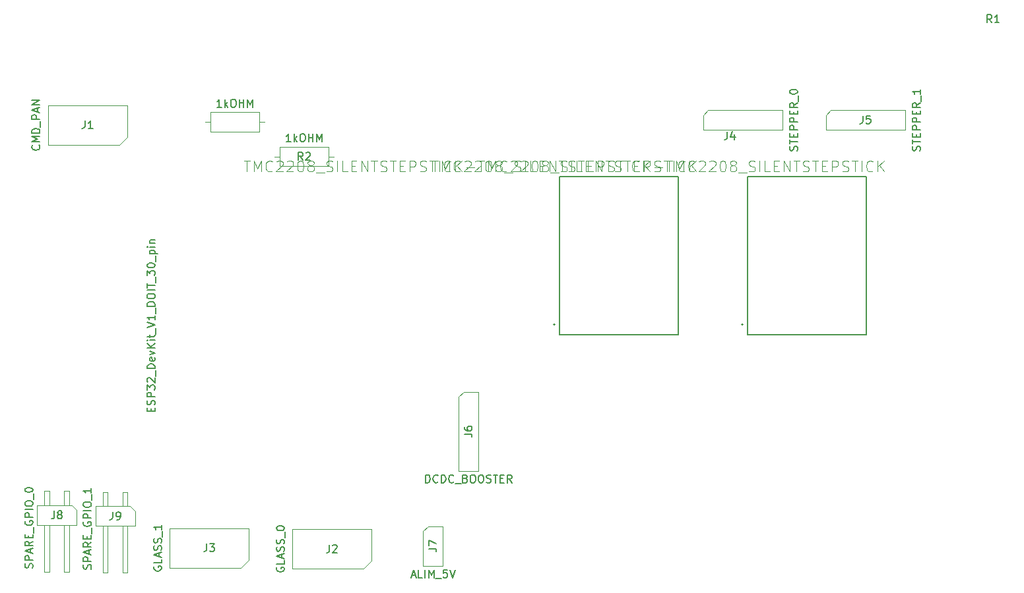
<source format=gbr>
%TF.GenerationSoftware,KiCad,Pcbnew,5.1.9-73d0e3b20d~88~ubuntu20.04.1*%
%TF.CreationDate,2021-04-10T15:21:01+02:00*%
%TF.ProjectId,pcb_central_unit,7063625f-6365-46e7-9472-616c5f756e69,rev?*%
%TF.SameCoordinates,Original*%
%TF.FileFunction,Other,Fab,Top*%
%FSLAX46Y46*%
G04 Gerber Fmt 4.6, Leading zero omitted, Abs format (unit mm)*
G04 Created by KiCad (PCBNEW 5.1.9-73d0e3b20d~88~ubuntu20.04.1) date 2021-04-10 15:21:01*
%MOMM*%
%LPD*%
G01*
G04 APERTURE LIST*
%ADD10C,0.200000*%
%ADD11C,0.127000*%
%ADD12C,0.100000*%
%ADD13C,0.015000*%
%ADD14C,0.150000*%
G04 APERTURE END LIST*
D10*
%TO.C,U1*%
X117911000Y-92710000D02*
G75*
G03*
X117911000Y-92710000I-100000J0D01*
G01*
D11*
X118491000Y-93980000D02*
X118491000Y-73660000D01*
X133731000Y-93980000D02*
X118491000Y-93980000D01*
X133731000Y-73660000D02*
X133731000Y-93980000D01*
X118491000Y-73660000D02*
X133731000Y-73660000D01*
D12*
%TO.C,J2*%
X94361000Y-118999000D02*
X94361000Y-123079000D01*
X94361000Y-123079000D02*
X93361000Y-124079000D01*
X93361000Y-124079000D02*
X84201000Y-124079000D01*
X84201000Y-124079000D02*
X84201000Y-118999000D01*
X84201000Y-118999000D02*
X94361000Y-118999000D01*
D10*
%TO.C,U2*%
X142041000Y-92710000D02*
G75*
G03*
X142041000Y-92710000I-100000J0D01*
G01*
D11*
X142621000Y-93980000D02*
X142621000Y-73660000D01*
X157861000Y-93980000D02*
X142621000Y-93980000D01*
X157861000Y-73660000D02*
X157861000Y-93980000D01*
X142621000Y-73660000D02*
X157861000Y-73660000D01*
D12*
%TO.C,J6*%
X106172000Y-101346000D02*
X108077000Y-101346000D01*
X108077000Y-101346000D02*
X108077000Y-111506000D01*
X108077000Y-111506000D02*
X105537000Y-111506000D01*
X105537000Y-111506000D02*
X105537000Y-101981000D01*
X105537000Y-101981000D02*
X106172000Y-101346000D01*
%TO.C,J7*%
X100965000Y-119253000D02*
X101600000Y-118618000D01*
X100965000Y-123698000D02*
X100965000Y-119253000D01*
X103505000Y-123698000D02*
X100965000Y-123698000D01*
X103505000Y-118618000D02*
X103505000Y-123698000D01*
X101600000Y-118618000D02*
X103505000Y-118618000D01*
%TO.C,R2*%
X88875000Y-72370000D02*
X88875000Y-69870000D01*
X88875000Y-69870000D02*
X82575000Y-69870000D01*
X82575000Y-69870000D02*
X82575000Y-72370000D01*
X82575000Y-72370000D02*
X88875000Y-72370000D01*
X89535000Y-71120000D02*
X88875000Y-71120000D01*
X81915000Y-71120000D02*
X82575000Y-71120000D01*
%TO.C,R1*%
X79985000Y-67925000D02*
X79985000Y-65425000D01*
X79985000Y-65425000D02*
X73685000Y-65425000D01*
X73685000Y-65425000D02*
X73685000Y-67925000D01*
X73685000Y-67925000D02*
X79985000Y-67925000D01*
X80645000Y-66675000D02*
X79985000Y-66675000D01*
X73025000Y-66675000D02*
X73685000Y-66675000D01*
%TO.C,J9*%
X64008000Y-116689000D02*
X64008000Y-118594000D01*
X64008000Y-118594000D02*
X58928000Y-118594000D01*
X58928000Y-118594000D02*
X58928000Y-116054000D01*
X58928000Y-116054000D02*
X63373000Y-116054000D01*
X63373000Y-116054000D02*
X64008000Y-116689000D01*
X63058000Y-114234000D02*
X63058000Y-116054000D01*
X63058000Y-114234000D02*
X62418000Y-114234000D01*
X62418000Y-114234000D02*
X62418000Y-116054000D01*
X63058000Y-118594000D02*
X63058000Y-124594000D01*
X63058000Y-124594000D02*
X62418000Y-124594000D01*
X62418000Y-118594000D02*
X62418000Y-124594000D01*
X60518000Y-114234000D02*
X60518000Y-116054000D01*
X60518000Y-114234000D02*
X59878000Y-114234000D01*
X59878000Y-114234000D02*
X59878000Y-116054000D01*
X60518000Y-118594000D02*
X60518000Y-124594000D01*
X60518000Y-124594000D02*
X59878000Y-124594000D01*
X59878000Y-118594000D02*
X59878000Y-124594000D01*
%TO.C,J8*%
X56515000Y-116562000D02*
X56515000Y-118467000D01*
X56515000Y-118467000D02*
X51435000Y-118467000D01*
X51435000Y-118467000D02*
X51435000Y-115927000D01*
X51435000Y-115927000D02*
X55880000Y-115927000D01*
X55880000Y-115927000D02*
X56515000Y-116562000D01*
X55565000Y-114107000D02*
X55565000Y-115927000D01*
X55565000Y-114107000D02*
X54925000Y-114107000D01*
X54925000Y-114107000D02*
X54925000Y-115927000D01*
X55565000Y-118467000D02*
X55565000Y-124467000D01*
X55565000Y-124467000D02*
X54925000Y-124467000D01*
X54925000Y-118467000D02*
X54925000Y-124467000D01*
X53025000Y-114107000D02*
X53025000Y-115927000D01*
X53025000Y-114107000D02*
X52385000Y-114107000D01*
X52385000Y-114107000D02*
X52385000Y-115927000D01*
X53025000Y-118467000D02*
X53025000Y-124467000D01*
X53025000Y-124467000D02*
X52385000Y-124467000D01*
X52385000Y-118467000D02*
X52385000Y-124467000D01*
%TO.C,J5*%
X152654000Y-67691000D02*
X152654000Y-65786000D01*
X152654000Y-65786000D02*
X153289000Y-65151000D01*
X153289000Y-65151000D02*
X162814000Y-65151000D01*
X162814000Y-65151000D02*
X162814000Y-67691000D01*
X162814000Y-67691000D02*
X152654000Y-67691000D01*
%TO.C,J4*%
X136906000Y-67691000D02*
X136906000Y-65786000D01*
X136906000Y-65786000D02*
X137541000Y-65151000D01*
X137541000Y-65151000D02*
X147066000Y-65151000D01*
X147066000Y-65151000D02*
X147066000Y-67691000D01*
X147066000Y-67691000D02*
X136906000Y-67691000D01*
%TO.C,J3*%
X78613000Y-118872000D02*
X78613000Y-122952000D01*
X78613000Y-122952000D02*
X77613000Y-123952000D01*
X77613000Y-123952000D02*
X68453000Y-123952000D01*
X68453000Y-123952000D02*
X68453000Y-118872000D01*
X68453000Y-118872000D02*
X78613000Y-118872000D01*
%TO.C,J1*%
X62992000Y-64516000D02*
X62992000Y-68596000D01*
X62992000Y-68596000D02*
X61992000Y-69596000D01*
X61992000Y-69596000D02*
X52832000Y-69596000D01*
X52832000Y-69596000D02*
X52832000Y-64516000D01*
X52832000Y-64516000D02*
X62992000Y-64516000D01*
%TD*%
%TO.C,U1*%
D13*
X77974333Y-71642333D02*
X78774333Y-71642333D01*
X78374333Y-73042333D02*
X78374333Y-71642333D01*
X79241000Y-73042333D02*
X79241000Y-71642333D01*
X79707666Y-72642333D01*
X80174333Y-71642333D01*
X80174333Y-73042333D01*
X81641000Y-72909000D02*
X81574333Y-72975666D01*
X81374333Y-73042333D01*
X81241000Y-73042333D01*
X81041000Y-72975666D01*
X80907666Y-72842333D01*
X80841000Y-72709000D01*
X80774333Y-72442333D01*
X80774333Y-72242333D01*
X80841000Y-71975666D01*
X80907666Y-71842333D01*
X81041000Y-71709000D01*
X81241000Y-71642333D01*
X81374333Y-71642333D01*
X81574333Y-71709000D01*
X81641000Y-71775666D01*
X82174333Y-71775666D02*
X82241000Y-71709000D01*
X82374333Y-71642333D01*
X82707666Y-71642333D01*
X82841000Y-71709000D01*
X82907666Y-71775666D01*
X82974333Y-71909000D01*
X82974333Y-72042333D01*
X82907666Y-72242333D01*
X82107666Y-73042333D01*
X82974333Y-73042333D01*
X83507666Y-71775666D02*
X83574333Y-71709000D01*
X83707666Y-71642333D01*
X84041000Y-71642333D01*
X84174333Y-71709000D01*
X84241000Y-71775666D01*
X84307666Y-71909000D01*
X84307666Y-72042333D01*
X84241000Y-72242333D01*
X83441000Y-73042333D01*
X84307666Y-73042333D01*
X85174333Y-71642333D02*
X85307666Y-71642333D01*
X85441000Y-71709000D01*
X85507666Y-71775666D01*
X85574333Y-71909000D01*
X85641000Y-72175666D01*
X85641000Y-72509000D01*
X85574333Y-72775666D01*
X85507666Y-72909000D01*
X85441000Y-72975666D01*
X85307666Y-73042333D01*
X85174333Y-73042333D01*
X85041000Y-72975666D01*
X84974333Y-72909000D01*
X84907666Y-72775666D01*
X84841000Y-72509000D01*
X84841000Y-72175666D01*
X84907666Y-71909000D01*
X84974333Y-71775666D01*
X85041000Y-71709000D01*
X85174333Y-71642333D01*
X86441000Y-72242333D02*
X86307666Y-72175666D01*
X86241000Y-72109000D01*
X86174333Y-71975666D01*
X86174333Y-71909000D01*
X86241000Y-71775666D01*
X86307666Y-71709000D01*
X86441000Y-71642333D01*
X86707666Y-71642333D01*
X86841000Y-71709000D01*
X86907666Y-71775666D01*
X86974333Y-71909000D01*
X86974333Y-71975666D01*
X86907666Y-72109000D01*
X86841000Y-72175666D01*
X86707666Y-72242333D01*
X86441000Y-72242333D01*
X86307666Y-72309000D01*
X86241000Y-72375666D01*
X86174333Y-72509000D01*
X86174333Y-72775666D01*
X86241000Y-72909000D01*
X86307666Y-72975666D01*
X86441000Y-73042333D01*
X86707666Y-73042333D01*
X86841000Y-72975666D01*
X86907666Y-72909000D01*
X86974333Y-72775666D01*
X86974333Y-72509000D01*
X86907666Y-72375666D01*
X86841000Y-72309000D01*
X86707666Y-72242333D01*
X87241000Y-73175666D02*
X88307666Y-73175666D01*
X88574333Y-72975666D02*
X88774333Y-73042333D01*
X89107666Y-73042333D01*
X89241000Y-72975666D01*
X89307666Y-72909000D01*
X89374333Y-72775666D01*
X89374333Y-72642333D01*
X89307666Y-72509000D01*
X89241000Y-72442333D01*
X89107666Y-72375666D01*
X88841000Y-72309000D01*
X88707666Y-72242333D01*
X88641000Y-72175666D01*
X88574333Y-72042333D01*
X88574333Y-71909000D01*
X88641000Y-71775666D01*
X88707666Y-71709000D01*
X88841000Y-71642333D01*
X89174333Y-71642333D01*
X89374333Y-71709000D01*
X89974333Y-73042333D02*
X89974333Y-71642333D01*
X91307666Y-73042333D02*
X90641000Y-73042333D01*
X90641000Y-71642333D01*
X91774333Y-72309000D02*
X92241000Y-72309000D01*
X92441000Y-73042333D02*
X91774333Y-73042333D01*
X91774333Y-71642333D01*
X92441000Y-71642333D01*
X93041000Y-73042333D02*
X93041000Y-71642333D01*
X93841000Y-73042333D01*
X93841000Y-71642333D01*
X94307666Y-71642333D02*
X95107666Y-71642333D01*
X94707666Y-73042333D02*
X94707666Y-71642333D01*
X95507666Y-72975666D02*
X95707666Y-73042333D01*
X96041000Y-73042333D01*
X96174333Y-72975666D01*
X96241000Y-72909000D01*
X96307666Y-72775666D01*
X96307666Y-72642333D01*
X96241000Y-72509000D01*
X96174333Y-72442333D01*
X96041000Y-72375666D01*
X95774333Y-72309000D01*
X95641000Y-72242333D01*
X95574333Y-72175666D01*
X95507666Y-72042333D01*
X95507666Y-71909000D01*
X95574333Y-71775666D01*
X95641000Y-71709000D01*
X95774333Y-71642333D01*
X96107666Y-71642333D01*
X96307666Y-71709000D01*
X96707666Y-71642333D02*
X97507666Y-71642333D01*
X97107666Y-73042333D02*
X97107666Y-71642333D01*
X97974333Y-72309000D02*
X98441000Y-72309000D01*
X98641000Y-73042333D02*
X97974333Y-73042333D01*
X97974333Y-71642333D01*
X98641000Y-71642333D01*
X99241000Y-73042333D02*
X99241000Y-71642333D01*
X99774333Y-71642333D01*
X99907666Y-71709000D01*
X99974333Y-71775666D01*
X100041000Y-71909000D01*
X100041000Y-72109000D01*
X99974333Y-72242333D01*
X99907666Y-72309000D01*
X99774333Y-72375666D01*
X99241000Y-72375666D01*
X100574333Y-72975666D02*
X100774333Y-73042333D01*
X101107666Y-73042333D01*
X101241000Y-72975666D01*
X101307666Y-72909000D01*
X101374333Y-72775666D01*
X101374333Y-72642333D01*
X101307666Y-72509000D01*
X101241000Y-72442333D01*
X101107666Y-72375666D01*
X100841000Y-72309000D01*
X100707666Y-72242333D01*
X100641000Y-72175666D01*
X100574333Y-72042333D01*
X100574333Y-71909000D01*
X100641000Y-71775666D01*
X100707666Y-71709000D01*
X100841000Y-71642333D01*
X101174333Y-71642333D01*
X101374333Y-71709000D01*
X101774333Y-71642333D02*
X102574333Y-71642333D01*
X102174333Y-73042333D02*
X102174333Y-71642333D01*
X103041000Y-73042333D02*
X103041000Y-71642333D01*
X104507666Y-72909000D02*
X104441000Y-72975666D01*
X104241000Y-73042333D01*
X104107666Y-73042333D01*
X103907666Y-72975666D01*
X103774333Y-72842333D01*
X103707666Y-72709000D01*
X103641000Y-72442333D01*
X103641000Y-72242333D01*
X103707666Y-71975666D01*
X103774333Y-71842333D01*
X103907666Y-71709000D01*
X104107666Y-71642333D01*
X104241000Y-71642333D01*
X104441000Y-71709000D01*
X104507666Y-71775666D01*
X105107666Y-73042333D02*
X105107666Y-71642333D01*
X105907666Y-73042333D02*
X105307666Y-72242333D01*
X105907666Y-71642333D02*
X105107666Y-72442333D01*
X106507666Y-72509000D02*
X107574333Y-72509000D01*
X108041000Y-71642333D02*
X108841000Y-71642333D01*
X108441000Y-73042333D02*
X108441000Y-71642333D01*
X109307666Y-73042333D02*
X109307666Y-71642333D01*
X109774333Y-72642333D01*
X110241000Y-71642333D01*
X110241000Y-73042333D01*
X111707666Y-72909000D02*
X111641000Y-72975666D01*
X111441000Y-73042333D01*
X111307666Y-73042333D01*
X111107666Y-72975666D01*
X110974333Y-72842333D01*
X110907666Y-72709000D01*
X110841000Y-72442333D01*
X110841000Y-72242333D01*
X110907666Y-71975666D01*
X110974333Y-71842333D01*
X111107666Y-71709000D01*
X111307666Y-71642333D01*
X111441000Y-71642333D01*
X111641000Y-71709000D01*
X111707666Y-71775666D01*
X112241000Y-71775666D02*
X112307666Y-71709000D01*
X112441000Y-71642333D01*
X112774333Y-71642333D01*
X112907666Y-71709000D01*
X112974333Y-71775666D01*
X113041000Y-71909000D01*
X113041000Y-72042333D01*
X112974333Y-72242333D01*
X112174333Y-73042333D01*
X113041000Y-73042333D01*
X113574333Y-71775666D02*
X113641000Y-71709000D01*
X113774333Y-71642333D01*
X114107666Y-71642333D01*
X114241000Y-71709000D01*
X114307666Y-71775666D01*
X114374333Y-71909000D01*
X114374333Y-72042333D01*
X114307666Y-72242333D01*
X113507666Y-73042333D01*
X114374333Y-73042333D01*
X115241000Y-71642333D02*
X115374333Y-71642333D01*
X115507666Y-71709000D01*
X115574333Y-71775666D01*
X115641000Y-71909000D01*
X115707666Y-72175666D01*
X115707666Y-72509000D01*
X115641000Y-72775666D01*
X115574333Y-72909000D01*
X115507666Y-72975666D01*
X115374333Y-73042333D01*
X115241000Y-73042333D01*
X115107666Y-72975666D01*
X115041000Y-72909000D01*
X114974333Y-72775666D01*
X114907666Y-72509000D01*
X114907666Y-72175666D01*
X114974333Y-71909000D01*
X115041000Y-71775666D01*
X115107666Y-71709000D01*
X115241000Y-71642333D01*
X116507666Y-72242333D02*
X116374333Y-72175666D01*
X116307666Y-72109000D01*
X116241000Y-71975666D01*
X116241000Y-71909000D01*
X116307666Y-71775666D01*
X116374333Y-71709000D01*
X116507666Y-71642333D01*
X116774333Y-71642333D01*
X116907666Y-71709000D01*
X116974333Y-71775666D01*
X117041000Y-71909000D01*
X117041000Y-71975666D01*
X116974333Y-72109000D01*
X116907666Y-72175666D01*
X116774333Y-72242333D01*
X116507666Y-72242333D01*
X116374333Y-72309000D01*
X116307666Y-72375666D01*
X116241000Y-72509000D01*
X116241000Y-72775666D01*
X116307666Y-72909000D01*
X116374333Y-72975666D01*
X116507666Y-73042333D01*
X116774333Y-73042333D01*
X116907666Y-72975666D01*
X116974333Y-72909000D01*
X117041000Y-72775666D01*
X117041000Y-72509000D01*
X116974333Y-72375666D01*
X116907666Y-72309000D01*
X116774333Y-72242333D01*
X117307666Y-73175666D02*
X118374333Y-73175666D01*
X118641000Y-72975666D02*
X118841000Y-73042333D01*
X119174333Y-73042333D01*
X119307666Y-72975666D01*
X119374333Y-72909000D01*
X119441000Y-72775666D01*
X119441000Y-72642333D01*
X119374333Y-72509000D01*
X119307666Y-72442333D01*
X119174333Y-72375666D01*
X118907666Y-72309000D01*
X118774333Y-72242333D01*
X118707666Y-72175666D01*
X118641000Y-72042333D01*
X118641000Y-71909000D01*
X118707666Y-71775666D01*
X118774333Y-71709000D01*
X118907666Y-71642333D01*
X119241000Y-71642333D01*
X119441000Y-71709000D01*
X120041000Y-73042333D02*
X120041000Y-71642333D01*
X121374333Y-73042333D02*
X120707666Y-73042333D01*
X120707666Y-71642333D01*
X121841000Y-72309000D02*
X122307666Y-72309000D01*
X122507666Y-73042333D02*
X121841000Y-73042333D01*
X121841000Y-71642333D01*
X122507666Y-71642333D01*
X123107666Y-73042333D02*
X123107666Y-71642333D01*
X123907666Y-73042333D01*
X123907666Y-71642333D01*
X124374333Y-71642333D02*
X125174333Y-71642333D01*
X124774333Y-73042333D02*
X124774333Y-71642333D01*
X125574333Y-72975666D02*
X125774333Y-73042333D01*
X126107666Y-73042333D01*
X126241000Y-72975666D01*
X126307666Y-72909000D01*
X126374333Y-72775666D01*
X126374333Y-72642333D01*
X126307666Y-72509000D01*
X126241000Y-72442333D01*
X126107666Y-72375666D01*
X125841000Y-72309000D01*
X125707666Y-72242333D01*
X125641000Y-72175666D01*
X125574333Y-72042333D01*
X125574333Y-71909000D01*
X125641000Y-71775666D01*
X125707666Y-71709000D01*
X125841000Y-71642333D01*
X126174333Y-71642333D01*
X126374333Y-71709000D01*
X126774333Y-71642333D02*
X127574333Y-71642333D01*
X127174333Y-73042333D02*
X127174333Y-71642333D01*
X128041000Y-72309000D02*
X128507666Y-72309000D01*
X128707666Y-73042333D02*
X128041000Y-73042333D01*
X128041000Y-71642333D01*
X128707666Y-71642333D01*
X129307666Y-73042333D02*
X129307666Y-71642333D01*
X129841000Y-71642333D01*
X129974333Y-71709000D01*
X130041000Y-71775666D01*
X130107666Y-71909000D01*
X130107666Y-72109000D01*
X130041000Y-72242333D01*
X129974333Y-72309000D01*
X129841000Y-72375666D01*
X129307666Y-72375666D01*
X130641000Y-72975666D02*
X130841000Y-73042333D01*
X131174333Y-73042333D01*
X131307666Y-72975666D01*
X131374333Y-72909000D01*
X131441000Y-72775666D01*
X131441000Y-72642333D01*
X131374333Y-72509000D01*
X131307666Y-72442333D01*
X131174333Y-72375666D01*
X130907666Y-72309000D01*
X130774333Y-72242333D01*
X130707666Y-72175666D01*
X130641000Y-72042333D01*
X130641000Y-71909000D01*
X130707666Y-71775666D01*
X130774333Y-71709000D01*
X130907666Y-71642333D01*
X131241000Y-71642333D01*
X131441000Y-71709000D01*
X131841000Y-71642333D02*
X132641000Y-71642333D01*
X132241000Y-73042333D02*
X132241000Y-71642333D01*
X133107666Y-73042333D02*
X133107666Y-71642333D01*
X134574333Y-72909000D02*
X134507666Y-72975666D01*
X134307666Y-73042333D01*
X134174333Y-73042333D01*
X133974333Y-72975666D01*
X133841000Y-72842333D01*
X133774333Y-72709000D01*
X133707666Y-72442333D01*
X133707666Y-72242333D01*
X133774333Y-71975666D01*
X133841000Y-71842333D01*
X133974333Y-71709000D01*
X134174333Y-71642333D01*
X134307666Y-71642333D01*
X134507666Y-71709000D01*
X134574333Y-71775666D01*
X135174333Y-73042333D02*
X135174333Y-71642333D01*
X135974333Y-73042333D02*
X135374333Y-72242333D01*
X135974333Y-71642333D02*
X135174333Y-72442333D01*
%TO.C,J2*%
D14*
X82201000Y-123919952D02*
X82153380Y-124015190D01*
X82153380Y-124158047D01*
X82201000Y-124300904D01*
X82296238Y-124396142D01*
X82391476Y-124443761D01*
X82581952Y-124491380D01*
X82724809Y-124491380D01*
X82915285Y-124443761D01*
X83010523Y-124396142D01*
X83105761Y-124300904D01*
X83153380Y-124158047D01*
X83153380Y-124062809D01*
X83105761Y-123919952D01*
X83058142Y-123872333D01*
X82724809Y-123872333D01*
X82724809Y-124062809D01*
X83153380Y-122967571D02*
X83153380Y-123443761D01*
X82153380Y-123443761D01*
X82867666Y-122681857D02*
X82867666Y-122205666D01*
X83153380Y-122777095D02*
X82153380Y-122443761D01*
X83153380Y-122110428D01*
X83105761Y-121824714D02*
X83153380Y-121681857D01*
X83153380Y-121443761D01*
X83105761Y-121348523D01*
X83058142Y-121300904D01*
X82962904Y-121253285D01*
X82867666Y-121253285D01*
X82772428Y-121300904D01*
X82724809Y-121348523D01*
X82677190Y-121443761D01*
X82629571Y-121634238D01*
X82581952Y-121729476D01*
X82534333Y-121777095D01*
X82439095Y-121824714D01*
X82343857Y-121824714D01*
X82248619Y-121777095D01*
X82201000Y-121729476D01*
X82153380Y-121634238D01*
X82153380Y-121396142D01*
X82201000Y-121253285D01*
X83105761Y-120872333D02*
X83153380Y-120729476D01*
X83153380Y-120491380D01*
X83105761Y-120396142D01*
X83058142Y-120348523D01*
X82962904Y-120300904D01*
X82867666Y-120300904D01*
X82772428Y-120348523D01*
X82724809Y-120396142D01*
X82677190Y-120491380D01*
X82629571Y-120681857D01*
X82581952Y-120777095D01*
X82534333Y-120824714D01*
X82439095Y-120872333D01*
X82343857Y-120872333D01*
X82248619Y-120824714D01*
X82201000Y-120777095D01*
X82153380Y-120681857D01*
X82153380Y-120443761D01*
X82201000Y-120300904D01*
X83248619Y-120110428D02*
X83248619Y-119348523D01*
X82153380Y-118919952D02*
X82153380Y-118824714D01*
X82201000Y-118729476D01*
X82248619Y-118681857D01*
X82343857Y-118634238D01*
X82534333Y-118586619D01*
X82772428Y-118586619D01*
X82962904Y-118634238D01*
X83058142Y-118681857D01*
X83105761Y-118729476D01*
X83153380Y-118824714D01*
X83153380Y-118919952D01*
X83105761Y-119015190D01*
X83058142Y-119062809D01*
X82962904Y-119110428D01*
X82772428Y-119158047D01*
X82534333Y-119158047D01*
X82343857Y-119110428D01*
X82248619Y-119062809D01*
X82201000Y-119015190D01*
X82153380Y-118919952D01*
X88947666Y-120991380D02*
X88947666Y-121705666D01*
X88900047Y-121848523D01*
X88804809Y-121943761D01*
X88661952Y-121991380D01*
X88566714Y-121991380D01*
X89376238Y-121086619D02*
X89423857Y-121039000D01*
X89519095Y-120991380D01*
X89757190Y-120991380D01*
X89852428Y-121039000D01*
X89900047Y-121086619D01*
X89947666Y-121181857D01*
X89947666Y-121277095D01*
X89900047Y-121419952D01*
X89328619Y-121991380D01*
X89947666Y-121991380D01*
%TO.C,U3*%
X66032571Y-103860809D02*
X66032571Y-103527476D01*
X66556380Y-103384619D02*
X66556380Y-103860809D01*
X65556380Y-103860809D01*
X65556380Y-103384619D01*
X66508761Y-103003666D02*
X66556380Y-102860809D01*
X66556380Y-102622714D01*
X66508761Y-102527476D01*
X66461142Y-102479857D01*
X66365904Y-102432238D01*
X66270666Y-102432238D01*
X66175428Y-102479857D01*
X66127809Y-102527476D01*
X66080190Y-102622714D01*
X66032571Y-102813190D01*
X65984952Y-102908428D01*
X65937333Y-102956047D01*
X65842095Y-103003666D01*
X65746857Y-103003666D01*
X65651619Y-102956047D01*
X65604000Y-102908428D01*
X65556380Y-102813190D01*
X65556380Y-102575095D01*
X65604000Y-102432238D01*
X66556380Y-102003666D02*
X65556380Y-102003666D01*
X65556380Y-101622714D01*
X65604000Y-101527476D01*
X65651619Y-101479857D01*
X65746857Y-101432238D01*
X65889714Y-101432238D01*
X65984952Y-101479857D01*
X66032571Y-101527476D01*
X66080190Y-101622714D01*
X66080190Y-102003666D01*
X65556380Y-101098904D02*
X65556380Y-100479857D01*
X65937333Y-100813190D01*
X65937333Y-100670333D01*
X65984952Y-100575095D01*
X66032571Y-100527476D01*
X66127809Y-100479857D01*
X66365904Y-100479857D01*
X66461142Y-100527476D01*
X66508761Y-100575095D01*
X66556380Y-100670333D01*
X66556380Y-100956047D01*
X66508761Y-101051285D01*
X66461142Y-101098904D01*
X65651619Y-100098904D02*
X65604000Y-100051285D01*
X65556380Y-99956047D01*
X65556380Y-99717952D01*
X65604000Y-99622714D01*
X65651619Y-99575095D01*
X65746857Y-99527476D01*
X65842095Y-99527476D01*
X65984952Y-99575095D01*
X66556380Y-100146523D01*
X66556380Y-99527476D01*
X66651619Y-99337000D02*
X66651619Y-98575095D01*
X66556380Y-98337000D02*
X65556380Y-98337000D01*
X65556380Y-98098904D01*
X65604000Y-97956047D01*
X65699238Y-97860809D01*
X65794476Y-97813190D01*
X65984952Y-97765571D01*
X66127809Y-97765571D01*
X66318285Y-97813190D01*
X66413523Y-97860809D01*
X66508761Y-97956047D01*
X66556380Y-98098904D01*
X66556380Y-98337000D01*
X66508761Y-96956047D02*
X66556380Y-97051285D01*
X66556380Y-97241761D01*
X66508761Y-97337000D01*
X66413523Y-97384619D01*
X66032571Y-97384619D01*
X65937333Y-97337000D01*
X65889714Y-97241761D01*
X65889714Y-97051285D01*
X65937333Y-96956047D01*
X66032571Y-96908428D01*
X66127809Y-96908428D01*
X66223047Y-97384619D01*
X65889714Y-96575095D02*
X66556380Y-96337000D01*
X65889714Y-96098904D01*
X66556380Y-95717952D02*
X65556380Y-95717952D01*
X66556380Y-95146523D02*
X65984952Y-95575095D01*
X65556380Y-95146523D02*
X66127809Y-95717952D01*
X66556380Y-94717952D02*
X65889714Y-94717952D01*
X65556380Y-94717952D02*
X65604000Y-94765571D01*
X65651619Y-94717952D01*
X65604000Y-94670333D01*
X65556380Y-94717952D01*
X65651619Y-94717952D01*
X65889714Y-94384619D02*
X65889714Y-94003666D01*
X65556380Y-94241761D02*
X66413523Y-94241761D01*
X66508761Y-94194142D01*
X66556380Y-94098904D01*
X66556380Y-94003666D01*
X66651619Y-93908428D02*
X66651619Y-93146523D01*
X65556380Y-93051285D02*
X66556380Y-92717952D01*
X65556380Y-92384619D01*
X66556380Y-91527476D02*
X66556380Y-92098904D01*
X66556380Y-91813190D02*
X65556380Y-91813190D01*
X65699238Y-91908428D01*
X65794476Y-92003666D01*
X65842095Y-92098904D01*
X66651619Y-91337000D02*
X66651619Y-90575095D01*
X66556380Y-90337000D02*
X65556380Y-90337000D01*
X65556380Y-90098904D01*
X65604000Y-89956047D01*
X65699238Y-89860809D01*
X65794476Y-89813190D01*
X65984952Y-89765571D01*
X66127809Y-89765571D01*
X66318285Y-89813190D01*
X66413523Y-89860809D01*
X66508761Y-89956047D01*
X66556380Y-90098904D01*
X66556380Y-90337000D01*
X65556380Y-89146523D02*
X65556380Y-88956047D01*
X65604000Y-88860809D01*
X65699238Y-88765571D01*
X65889714Y-88717952D01*
X66223047Y-88717952D01*
X66413523Y-88765571D01*
X66508761Y-88860809D01*
X66556380Y-88956047D01*
X66556380Y-89146523D01*
X66508761Y-89241761D01*
X66413523Y-89337000D01*
X66223047Y-89384619D01*
X65889714Y-89384619D01*
X65699238Y-89337000D01*
X65604000Y-89241761D01*
X65556380Y-89146523D01*
X66556380Y-88289380D02*
X65556380Y-88289380D01*
X65556380Y-87956047D02*
X65556380Y-87384619D01*
X66556380Y-87670333D02*
X65556380Y-87670333D01*
X66651619Y-87289380D02*
X66651619Y-86527476D01*
X65556380Y-86384619D02*
X65556380Y-85765571D01*
X65937333Y-86098904D01*
X65937333Y-85956047D01*
X65984952Y-85860809D01*
X66032571Y-85813190D01*
X66127809Y-85765571D01*
X66365904Y-85765571D01*
X66461142Y-85813190D01*
X66508761Y-85860809D01*
X66556380Y-85956047D01*
X66556380Y-86241761D01*
X66508761Y-86337000D01*
X66461142Y-86384619D01*
X65556380Y-85146523D02*
X65556380Y-85051285D01*
X65604000Y-84956047D01*
X65651619Y-84908428D01*
X65746857Y-84860809D01*
X65937333Y-84813190D01*
X66175428Y-84813190D01*
X66365904Y-84860809D01*
X66461142Y-84908428D01*
X66508761Y-84956047D01*
X66556380Y-85051285D01*
X66556380Y-85146523D01*
X66508761Y-85241761D01*
X66461142Y-85289380D01*
X66365904Y-85337000D01*
X66175428Y-85384619D01*
X65937333Y-85384619D01*
X65746857Y-85337000D01*
X65651619Y-85289380D01*
X65604000Y-85241761D01*
X65556380Y-85146523D01*
X66651619Y-84622714D02*
X66651619Y-83860809D01*
X65889714Y-83622714D02*
X66889714Y-83622714D01*
X65937333Y-83622714D02*
X65889714Y-83527476D01*
X65889714Y-83337000D01*
X65937333Y-83241761D01*
X65984952Y-83194142D01*
X66080190Y-83146523D01*
X66365904Y-83146523D01*
X66461142Y-83194142D01*
X66508761Y-83241761D01*
X66556380Y-83337000D01*
X66556380Y-83527476D01*
X66508761Y-83622714D01*
X66556380Y-82717952D02*
X65889714Y-82717952D01*
X65556380Y-82717952D02*
X65604000Y-82765571D01*
X65651619Y-82717952D01*
X65604000Y-82670333D01*
X65556380Y-82717952D01*
X65651619Y-82717952D01*
X65889714Y-82241761D02*
X66556380Y-82241761D01*
X65984952Y-82241761D02*
X65937333Y-82194142D01*
X65889714Y-82098904D01*
X65889714Y-81956047D01*
X65937333Y-81860809D01*
X66032571Y-81813190D01*
X66556380Y-81813190D01*
%TO.C,U2*%
D13*
X102104333Y-71642333D02*
X102904333Y-71642333D01*
X102504333Y-73042333D02*
X102504333Y-71642333D01*
X103371000Y-73042333D02*
X103371000Y-71642333D01*
X103837666Y-72642333D01*
X104304333Y-71642333D01*
X104304333Y-73042333D01*
X105771000Y-72909000D02*
X105704333Y-72975666D01*
X105504333Y-73042333D01*
X105371000Y-73042333D01*
X105171000Y-72975666D01*
X105037666Y-72842333D01*
X104971000Y-72709000D01*
X104904333Y-72442333D01*
X104904333Y-72242333D01*
X104971000Y-71975666D01*
X105037666Y-71842333D01*
X105171000Y-71709000D01*
X105371000Y-71642333D01*
X105504333Y-71642333D01*
X105704333Y-71709000D01*
X105771000Y-71775666D01*
X106304333Y-71775666D02*
X106371000Y-71709000D01*
X106504333Y-71642333D01*
X106837666Y-71642333D01*
X106971000Y-71709000D01*
X107037666Y-71775666D01*
X107104333Y-71909000D01*
X107104333Y-72042333D01*
X107037666Y-72242333D01*
X106237666Y-73042333D01*
X107104333Y-73042333D01*
X107637666Y-71775666D02*
X107704333Y-71709000D01*
X107837666Y-71642333D01*
X108171000Y-71642333D01*
X108304333Y-71709000D01*
X108371000Y-71775666D01*
X108437666Y-71909000D01*
X108437666Y-72042333D01*
X108371000Y-72242333D01*
X107571000Y-73042333D01*
X108437666Y-73042333D01*
X109304333Y-71642333D02*
X109437666Y-71642333D01*
X109571000Y-71709000D01*
X109637666Y-71775666D01*
X109704333Y-71909000D01*
X109771000Y-72175666D01*
X109771000Y-72509000D01*
X109704333Y-72775666D01*
X109637666Y-72909000D01*
X109571000Y-72975666D01*
X109437666Y-73042333D01*
X109304333Y-73042333D01*
X109171000Y-72975666D01*
X109104333Y-72909000D01*
X109037666Y-72775666D01*
X108971000Y-72509000D01*
X108971000Y-72175666D01*
X109037666Y-71909000D01*
X109104333Y-71775666D01*
X109171000Y-71709000D01*
X109304333Y-71642333D01*
X110571000Y-72242333D02*
X110437666Y-72175666D01*
X110371000Y-72109000D01*
X110304333Y-71975666D01*
X110304333Y-71909000D01*
X110371000Y-71775666D01*
X110437666Y-71709000D01*
X110571000Y-71642333D01*
X110837666Y-71642333D01*
X110971000Y-71709000D01*
X111037666Y-71775666D01*
X111104333Y-71909000D01*
X111104333Y-71975666D01*
X111037666Y-72109000D01*
X110971000Y-72175666D01*
X110837666Y-72242333D01*
X110571000Y-72242333D01*
X110437666Y-72309000D01*
X110371000Y-72375666D01*
X110304333Y-72509000D01*
X110304333Y-72775666D01*
X110371000Y-72909000D01*
X110437666Y-72975666D01*
X110571000Y-73042333D01*
X110837666Y-73042333D01*
X110971000Y-72975666D01*
X111037666Y-72909000D01*
X111104333Y-72775666D01*
X111104333Y-72509000D01*
X111037666Y-72375666D01*
X110971000Y-72309000D01*
X110837666Y-72242333D01*
X111371000Y-73175666D02*
X112437666Y-73175666D01*
X112704333Y-72975666D02*
X112904333Y-73042333D01*
X113237666Y-73042333D01*
X113371000Y-72975666D01*
X113437666Y-72909000D01*
X113504333Y-72775666D01*
X113504333Y-72642333D01*
X113437666Y-72509000D01*
X113371000Y-72442333D01*
X113237666Y-72375666D01*
X112971000Y-72309000D01*
X112837666Y-72242333D01*
X112771000Y-72175666D01*
X112704333Y-72042333D01*
X112704333Y-71909000D01*
X112771000Y-71775666D01*
X112837666Y-71709000D01*
X112971000Y-71642333D01*
X113304333Y-71642333D01*
X113504333Y-71709000D01*
X114104333Y-73042333D02*
X114104333Y-71642333D01*
X115437666Y-73042333D02*
X114771000Y-73042333D01*
X114771000Y-71642333D01*
X115904333Y-72309000D02*
X116371000Y-72309000D01*
X116571000Y-73042333D02*
X115904333Y-73042333D01*
X115904333Y-71642333D01*
X116571000Y-71642333D01*
X117171000Y-73042333D02*
X117171000Y-71642333D01*
X117971000Y-73042333D01*
X117971000Y-71642333D01*
X118437666Y-71642333D02*
X119237666Y-71642333D01*
X118837666Y-73042333D02*
X118837666Y-71642333D01*
X119637666Y-72975666D02*
X119837666Y-73042333D01*
X120171000Y-73042333D01*
X120304333Y-72975666D01*
X120371000Y-72909000D01*
X120437666Y-72775666D01*
X120437666Y-72642333D01*
X120371000Y-72509000D01*
X120304333Y-72442333D01*
X120171000Y-72375666D01*
X119904333Y-72309000D01*
X119771000Y-72242333D01*
X119704333Y-72175666D01*
X119637666Y-72042333D01*
X119637666Y-71909000D01*
X119704333Y-71775666D01*
X119771000Y-71709000D01*
X119904333Y-71642333D01*
X120237666Y-71642333D01*
X120437666Y-71709000D01*
X120837666Y-71642333D02*
X121637666Y-71642333D01*
X121237666Y-73042333D02*
X121237666Y-71642333D01*
X122104333Y-72309000D02*
X122571000Y-72309000D01*
X122771000Y-73042333D02*
X122104333Y-73042333D01*
X122104333Y-71642333D01*
X122771000Y-71642333D01*
X123371000Y-73042333D02*
X123371000Y-71642333D01*
X123904333Y-71642333D01*
X124037666Y-71709000D01*
X124104333Y-71775666D01*
X124171000Y-71909000D01*
X124171000Y-72109000D01*
X124104333Y-72242333D01*
X124037666Y-72309000D01*
X123904333Y-72375666D01*
X123371000Y-72375666D01*
X124704333Y-72975666D02*
X124904333Y-73042333D01*
X125237666Y-73042333D01*
X125371000Y-72975666D01*
X125437666Y-72909000D01*
X125504333Y-72775666D01*
X125504333Y-72642333D01*
X125437666Y-72509000D01*
X125371000Y-72442333D01*
X125237666Y-72375666D01*
X124971000Y-72309000D01*
X124837666Y-72242333D01*
X124771000Y-72175666D01*
X124704333Y-72042333D01*
X124704333Y-71909000D01*
X124771000Y-71775666D01*
X124837666Y-71709000D01*
X124971000Y-71642333D01*
X125304333Y-71642333D01*
X125504333Y-71709000D01*
X125904333Y-71642333D02*
X126704333Y-71642333D01*
X126304333Y-73042333D02*
X126304333Y-71642333D01*
X127171000Y-73042333D02*
X127171000Y-71642333D01*
X128637666Y-72909000D02*
X128571000Y-72975666D01*
X128371000Y-73042333D01*
X128237666Y-73042333D01*
X128037666Y-72975666D01*
X127904333Y-72842333D01*
X127837666Y-72709000D01*
X127771000Y-72442333D01*
X127771000Y-72242333D01*
X127837666Y-71975666D01*
X127904333Y-71842333D01*
X128037666Y-71709000D01*
X128237666Y-71642333D01*
X128371000Y-71642333D01*
X128571000Y-71709000D01*
X128637666Y-71775666D01*
X129237666Y-73042333D02*
X129237666Y-71642333D01*
X130037666Y-73042333D02*
X129437666Y-72242333D01*
X130037666Y-71642333D02*
X129237666Y-72442333D01*
X130637666Y-72509000D02*
X131704333Y-72509000D01*
X132171000Y-71642333D02*
X132971000Y-71642333D01*
X132571000Y-73042333D02*
X132571000Y-71642333D01*
X133437666Y-73042333D02*
X133437666Y-71642333D01*
X133904333Y-72642333D01*
X134371000Y-71642333D01*
X134371000Y-73042333D01*
X135837666Y-72909000D02*
X135771000Y-72975666D01*
X135571000Y-73042333D01*
X135437666Y-73042333D01*
X135237666Y-72975666D01*
X135104333Y-72842333D01*
X135037666Y-72709000D01*
X134971000Y-72442333D01*
X134971000Y-72242333D01*
X135037666Y-71975666D01*
X135104333Y-71842333D01*
X135237666Y-71709000D01*
X135437666Y-71642333D01*
X135571000Y-71642333D01*
X135771000Y-71709000D01*
X135837666Y-71775666D01*
X136371000Y-71775666D02*
X136437666Y-71709000D01*
X136571000Y-71642333D01*
X136904333Y-71642333D01*
X137037666Y-71709000D01*
X137104333Y-71775666D01*
X137171000Y-71909000D01*
X137171000Y-72042333D01*
X137104333Y-72242333D01*
X136304333Y-73042333D01*
X137171000Y-73042333D01*
X137704333Y-71775666D02*
X137771000Y-71709000D01*
X137904333Y-71642333D01*
X138237666Y-71642333D01*
X138371000Y-71709000D01*
X138437666Y-71775666D01*
X138504333Y-71909000D01*
X138504333Y-72042333D01*
X138437666Y-72242333D01*
X137637666Y-73042333D01*
X138504333Y-73042333D01*
X139371000Y-71642333D02*
X139504333Y-71642333D01*
X139637666Y-71709000D01*
X139704333Y-71775666D01*
X139771000Y-71909000D01*
X139837666Y-72175666D01*
X139837666Y-72509000D01*
X139771000Y-72775666D01*
X139704333Y-72909000D01*
X139637666Y-72975666D01*
X139504333Y-73042333D01*
X139371000Y-73042333D01*
X139237666Y-72975666D01*
X139171000Y-72909000D01*
X139104333Y-72775666D01*
X139037666Y-72509000D01*
X139037666Y-72175666D01*
X139104333Y-71909000D01*
X139171000Y-71775666D01*
X139237666Y-71709000D01*
X139371000Y-71642333D01*
X140637666Y-72242333D02*
X140504333Y-72175666D01*
X140437666Y-72109000D01*
X140371000Y-71975666D01*
X140371000Y-71909000D01*
X140437666Y-71775666D01*
X140504333Y-71709000D01*
X140637666Y-71642333D01*
X140904333Y-71642333D01*
X141037666Y-71709000D01*
X141104333Y-71775666D01*
X141171000Y-71909000D01*
X141171000Y-71975666D01*
X141104333Y-72109000D01*
X141037666Y-72175666D01*
X140904333Y-72242333D01*
X140637666Y-72242333D01*
X140504333Y-72309000D01*
X140437666Y-72375666D01*
X140371000Y-72509000D01*
X140371000Y-72775666D01*
X140437666Y-72909000D01*
X140504333Y-72975666D01*
X140637666Y-73042333D01*
X140904333Y-73042333D01*
X141037666Y-72975666D01*
X141104333Y-72909000D01*
X141171000Y-72775666D01*
X141171000Y-72509000D01*
X141104333Y-72375666D01*
X141037666Y-72309000D01*
X140904333Y-72242333D01*
X141437666Y-73175666D02*
X142504333Y-73175666D01*
X142771000Y-72975666D02*
X142971000Y-73042333D01*
X143304333Y-73042333D01*
X143437666Y-72975666D01*
X143504333Y-72909000D01*
X143571000Y-72775666D01*
X143571000Y-72642333D01*
X143504333Y-72509000D01*
X143437666Y-72442333D01*
X143304333Y-72375666D01*
X143037666Y-72309000D01*
X142904333Y-72242333D01*
X142837666Y-72175666D01*
X142771000Y-72042333D01*
X142771000Y-71909000D01*
X142837666Y-71775666D01*
X142904333Y-71709000D01*
X143037666Y-71642333D01*
X143371000Y-71642333D01*
X143571000Y-71709000D01*
X144171000Y-73042333D02*
X144171000Y-71642333D01*
X145504333Y-73042333D02*
X144837666Y-73042333D01*
X144837666Y-71642333D01*
X145971000Y-72309000D02*
X146437666Y-72309000D01*
X146637666Y-73042333D02*
X145971000Y-73042333D01*
X145971000Y-71642333D01*
X146637666Y-71642333D01*
X147237666Y-73042333D02*
X147237666Y-71642333D01*
X148037666Y-73042333D01*
X148037666Y-71642333D01*
X148504333Y-71642333D02*
X149304333Y-71642333D01*
X148904333Y-73042333D02*
X148904333Y-71642333D01*
X149704333Y-72975666D02*
X149904333Y-73042333D01*
X150237666Y-73042333D01*
X150371000Y-72975666D01*
X150437666Y-72909000D01*
X150504333Y-72775666D01*
X150504333Y-72642333D01*
X150437666Y-72509000D01*
X150371000Y-72442333D01*
X150237666Y-72375666D01*
X149971000Y-72309000D01*
X149837666Y-72242333D01*
X149771000Y-72175666D01*
X149704333Y-72042333D01*
X149704333Y-71909000D01*
X149771000Y-71775666D01*
X149837666Y-71709000D01*
X149971000Y-71642333D01*
X150304333Y-71642333D01*
X150504333Y-71709000D01*
X150904333Y-71642333D02*
X151704333Y-71642333D01*
X151304333Y-73042333D02*
X151304333Y-71642333D01*
X152171000Y-72309000D02*
X152637666Y-72309000D01*
X152837666Y-73042333D02*
X152171000Y-73042333D01*
X152171000Y-71642333D01*
X152837666Y-71642333D01*
X153437666Y-73042333D02*
X153437666Y-71642333D01*
X153971000Y-71642333D01*
X154104333Y-71709000D01*
X154171000Y-71775666D01*
X154237666Y-71909000D01*
X154237666Y-72109000D01*
X154171000Y-72242333D01*
X154104333Y-72309000D01*
X153971000Y-72375666D01*
X153437666Y-72375666D01*
X154771000Y-72975666D02*
X154971000Y-73042333D01*
X155304333Y-73042333D01*
X155437666Y-72975666D01*
X155504333Y-72909000D01*
X155571000Y-72775666D01*
X155571000Y-72642333D01*
X155504333Y-72509000D01*
X155437666Y-72442333D01*
X155304333Y-72375666D01*
X155037666Y-72309000D01*
X154904333Y-72242333D01*
X154837666Y-72175666D01*
X154771000Y-72042333D01*
X154771000Y-71909000D01*
X154837666Y-71775666D01*
X154904333Y-71709000D01*
X155037666Y-71642333D01*
X155371000Y-71642333D01*
X155571000Y-71709000D01*
X155971000Y-71642333D02*
X156771000Y-71642333D01*
X156371000Y-73042333D02*
X156371000Y-71642333D01*
X157237666Y-73042333D02*
X157237666Y-71642333D01*
X158704333Y-72909000D02*
X158637666Y-72975666D01*
X158437666Y-73042333D01*
X158304333Y-73042333D01*
X158104333Y-72975666D01*
X157971000Y-72842333D01*
X157904333Y-72709000D01*
X157837666Y-72442333D01*
X157837666Y-72242333D01*
X157904333Y-71975666D01*
X157971000Y-71842333D01*
X158104333Y-71709000D01*
X158304333Y-71642333D01*
X158437666Y-71642333D01*
X158637666Y-71709000D01*
X158704333Y-71775666D01*
X159304333Y-73042333D02*
X159304333Y-71642333D01*
X160104333Y-73042333D02*
X159504333Y-72242333D01*
X160104333Y-71642333D02*
X159304333Y-72442333D01*
%TO.C,J6*%
D14*
X101307000Y-113018380D02*
X101307000Y-112018380D01*
X101545095Y-112018380D01*
X101687952Y-112066000D01*
X101783190Y-112161238D01*
X101830809Y-112256476D01*
X101878428Y-112446952D01*
X101878428Y-112589809D01*
X101830809Y-112780285D01*
X101783190Y-112875523D01*
X101687952Y-112970761D01*
X101545095Y-113018380D01*
X101307000Y-113018380D01*
X102878428Y-112923142D02*
X102830809Y-112970761D01*
X102687952Y-113018380D01*
X102592714Y-113018380D01*
X102449857Y-112970761D01*
X102354619Y-112875523D01*
X102307000Y-112780285D01*
X102259380Y-112589809D01*
X102259380Y-112446952D01*
X102307000Y-112256476D01*
X102354619Y-112161238D01*
X102449857Y-112066000D01*
X102592714Y-112018380D01*
X102687952Y-112018380D01*
X102830809Y-112066000D01*
X102878428Y-112113619D01*
X103307000Y-113018380D02*
X103307000Y-112018380D01*
X103545095Y-112018380D01*
X103687952Y-112066000D01*
X103783190Y-112161238D01*
X103830809Y-112256476D01*
X103878428Y-112446952D01*
X103878428Y-112589809D01*
X103830809Y-112780285D01*
X103783190Y-112875523D01*
X103687952Y-112970761D01*
X103545095Y-113018380D01*
X103307000Y-113018380D01*
X104878428Y-112923142D02*
X104830809Y-112970761D01*
X104687952Y-113018380D01*
X104592714Y-113018380D01*
X104449857Y-112970761D01*
X104354619Y-112875523D01*
X104307000Y-112780285D01*
X104259380Y-112589809D01*
X104259380Y-112446952D01*
X104307000Y-112256476D01*
X104354619Y-112161238D01*
X104449857Y-112066000D01*
X104592714Y-112018380D01*
X104687952Y-112018380D01*
X104830809Y-112066000D01*
X104878428Y-112113619D01*
X105068904Y-113113619D02*
X105830809Y-113113619D01*
X106402238Y-112494571D02*
X106545095Y-112542190D01*
X106592714Y-112589809D01*
X106640333Y-112685047D01*
X106640333Y-112827904D01*
X106592714Y-112923142D01*
X106545095Y-112970761D01*
X106449857Y-113018380D01*
X106068904Y-113018380D01*
X106068904Y-112018380D01*
X106402238Y-112018380D01*
X106497476Y-112066000D01*
X106545095Y-112113619D01*
X106592714Y-112208857D01*
X106592714Y-112304095D01*
X106545095Y-112399333D01*
X106497476Y-112446952D01*
X106402238Y-112494571D01*
X106068904Y-112494571D01*
X107259380Y-112018380D02*
X107449857Y-112018380D01*
X107545095Y-112066000D01*
X107640333Y-112161238D01*
X107687952Y-112351714D01*
X107687952Y-112685047D01*
X107640333Y-112875523D01*
X107545095Y-112970761D01*
X107449857Y-113018380D01*
X107259380Y-113018380D01*
X107164142Y-112970761D01*
X107068904Y-112875523D01*
X107021285Y-112685047D01*
X107021285Y-112351714D01*
X107068904Y-112161238D01*
X107164142Y-112066000D01*
X107259380Y-112018380D01*
X108307000Y-112018380D02*
X108497476Y-112018380D01*
X108592714Y-112066000D01*
X108687952Y-112161238D01*
X108735571Y-112351714D01*
X108735571Y-112685047D01*
X108687952Y-112875523D01*
X108592714Y-112970761D01*
X108497476Y-113018380D01*
X108307000Y-113018380D01*
X108211761Y-112970761D01*
X108116523Y-112875523D01*
X108068904Y-112685047D01*
X108068904Y-112351714D01*
X108116523Y-112161238D01*
X108211761Y-112066000D01*
X108307000Y-112018380D01*
X109116523Y-112970761D02*
X109259380Y-113018380D01*
X109497476Y-113018380D01*
X109592714Y-112970761D01*
X109640333Y-112923142D01*
X109687952Y-112827904D01*
X109687952Y-112732666D01*
X109640333Y-112637428D01*
X109592714Y-112589809D01*
X109497476Y-112542190D01*
X109307000Y-112494571D01*
X109211761Y-112446952D01*
X109164142Y-112399333D01*
X109116523Y-112304095D01*
X109116523Y-112208857D01*
X109164142Y-112113619D01*
X109211761Y-112066000D01*
X109307000Y-112018380D01*
X109545095Y-112018380D01*
X109687952Y-112066000D01*
X109973666Y-112018380D02*
X110545095Y-112018380D01*
X110259380Y-113018380D02*
X110259380Y-112018380D01*
X110878428Y-112494571D02*
X111211761Y-112494571D01*
X111354619Y-113018380D02*
X110878428Y-113018380D01*
X110878428Y-112018380D01*
X111354619Y-112018380D01*
X112354619Y-113018380D02*
X112021285Y-112542190D01*
X111783190Y-113018380D02*
X111783190Y-112018380D01*
X112164142Y-112018380D01*
X112259380Y-112066000D01*
X112307000Y-112113619D01*
X112354619Y-112208857D01*
X112354619Y-112351714D01*
X112307000Y-112446952D01*
X112259380Y-112494571D01*
X112164142Y-112542190D01*
X111783190Y-112542190D01*
X106259380Y-106759333D02*
X106973666Y-106759333D01*
X107116523Y-106806952D01*
X107211761Y-106902190D01*
X107259380Y-107045047D01*
X107259380Y-107140285D01*
X106259380Y-105854571D02*
X106259380Y-106045047D01*
X106307000Y-106140285D01*
X106354619Y-106187904D01*
X106497476Y-106283142D01*
X106687952Y-106330761D01*
X107068904Y-106330761D01*
X107164142Y-106283142D01*
X107211761Y-106235523D01*
X107259380Y-106140285D01*
X107259380Y-105949809D01*
X107211761Y-105854571D01*
X107164142Y-105806952D01*
X107068904Y-105759333D01*
X106830809Y-105759333D01*
X106735571Y-105806952D01*
X106687952Y-105854571D01*
X106640333Y-105949809D01*
X106640333Y-106140285D01*
X106687952Y-106235523D01*
X106735571Y-106283142D01*
X106830809Y-106330761D01*
%TO.C,J7*%
X99496904Y-124924666D02*
X99973095Y-124924666D01*
X99401666Y-125210380D02*
X99735000Y-124210380D01*
X100068333Y-125210380D01*
X100877857Y-125210380D02*
X100401666Y-125210380D01*
X100401666Y-124210380D01*
X101211190Y-125210380D02*
X101211190Y-124210380D01*
X101687380Y-125210380D02*
X101687380Y-124210380D01*
X102020714Y-124924666D01*
X102354047Y-124210380D01*
X102354047Y-125210380D01*
X102592142Y-125305619D02*
X103354047Y-125305619D01*
X104068333Y-124210380D02*
X103592142Y-124210380D01*
X103544523Y-124686571D01*
X103592142Y-124638952D01*
X103687380Y-124591333D01*
X103925476Y-124591333D01*
X104020714Y-124638952D01*
X104068333Y-124686571D01*
X104115952Y-124781809D01*
X104115952Y-125019904D01*
X104068333Y-125115142D01*
X104020714Y-125162761D01*
X103925476Y-125210380D01*
X103687380Y-125210380D01*
X103592142Y-125162761D01*
X103544523Y-125115142D01*
X104401666Y-124210380D02*
X104735000Y-125210380D01*
X105068333Y-124210380D01*
X101687380Y-121491333D02*
X102401666Y-121491333D01*
X102544523Y-121538952D01*
X102639761Y-121634190D01*
X102687380Y-121777047D01*
X102687380Y-121872285D01*
X101687380Y-121110380D02*
X101687380Y-120443714D01*
X102687380Y-120872285D01*
%TO.C,R2*%
X83986904Y-69202380D02*
X83415476Y-69202380D01*
X83701190Y-69202380D02*
X83701190Y-68202380D01*
X83605952Y-68345238D01*
X83510714Y-68440476D01*
X83415476Y-68488095D01*
X84415476Y-69202380D02*
X84415476Y-68202380D01*
X84510714Y-68821428D02*
X84796428Y-69202380D01*
X84796428Y-68535714D02*
X84415476Y-68916666D01*
X85415476Y-68202380D02*
X85605952Y-68202380D01*
X85701190Y-68250000D01*
X85796428Y-68345238D01*
X85844047Y-68535714D01*
X85844047Y-68869047D01*
X85796428Y-69059523D01*
X85701190Y-69154761D01*
X85605952Y-69202380D01*
X85415476Y-69202380D01*
X85320238Y-69154761D01*
X85225000Y-69059523D01*
X85177380Y-68869047D01*
X85177380Y-68535714D01*
X85225000Y-68345238D01*
X85320238Y-68250000D01*
X85415476Y-68202380D01*
X86272619Y-69202380D02*
X86272619Y-68202380D01*
X86272619Y-68678571D02*
X86844047Y-68678571D01*
X86844047Y-69202380D02*
X86844047Y-68202380D01*
X87320238Y-69202380D02*
X87320238Y-68202380D01*
X87653571Y-68916666D01*
X87986904Y-68202380D01*
X87986904Y-69202380D01*
X85558333Y-71572380D02*
X85225000Y-71096190D01*
X84986904Y-71572380D02*
X84986904Y-70572380D01*
X85367857Y-70572380D01*
X85463095Y-70620000D01*
X85510714Y-70667619D01*
X85558333Y-70762857D01*
X85558333Y-70905714D01*
X85510714Y-71000952D01*
X85463095Y-71048571D01*
X85367857Y-71096190D01*
X84986904Y-71096190D01*
X85939285Y-70667619D02*
X85986904Y-70620000D01*
X86082142Y-70572380D01*
X86320238Y-70572380D01*
X86415476Y-70620000D01*
X86463095Y-70667619D01*
X86510714Y-70762857D01*
X86510714Y-70858095D01*
X86463095Y-71000952D01*
X85891666Y-71572380D01*
X86510714Y-71572380D01*
%TO.C,R1*%
X75096904Y-64757380D02*
X74525476Y-64757380D01*
X74811190Y-64757380D02*
X74811190Y-63757380D01*
X74715952Y-63900238D01*
X74620714Y-63995476D01*
X74525476Y-64043095D01*
X75525476Y-64757380D02*
X75525476Y-63757380D01*
X75620714Y-64376428D02*
X75906428Y-64757380D01*
X75906428Y-64090714D02*
X75525476Y-64471666D01*
X76525476Y-63757380D02*
X76715952Y-63757380D01*
X76811190Y-63805000D01*
X76906428Y-63900238D01*
X76954047Y-64090714D01*
X76954047Y-64424047D01*
X76906428Y-64614523D01*
X76811190Y-64709761D01*
X76715952Y-64757380D01*
X76525476Y-64757380D01*
X76430238Y-64709761D01*
X76335000Y-64614523D01*
X76287380Y-64424047D01*
X76287380Y-64090714D01*
X76335000Y-63900238D01*
X76430238Y-63805000D01*
X76525476Y-63757380D01*
X77382619Y-64757380D02*
X77382619Y-63757380D01*
X77382619Y-64233571D02*
X77954047Y-64233571D01*
X77954047Y-64757380D02*
X77954047Y-63757380D01*
X78430238Y-64757380D02*
X78430238Y-63757380D01*
X78763571Y-64471666D01*
X79096904Y-63757380D01*
X79096904Y-64757380D01*
X173944333Y-53886380D02*
X173611000Y-53410190D01*
X173372904Y-53886380D02*
X173372904Y-52886380D01*
X173753857Y-52886380D01*
X173849095Y-52934000D01*
X173896714Y-52981619D01*
X173944333Y-53076857D01*
X173944333Y-53219714D01*
X173896714Y-53314952D01*
X173849095Y-53362571D01*
X173753857Y-53410190D01*
X173372904Y-53410190D01*
X174896714Y-53886380D02*
X174325285Y-53886380D01*
X174611000Y-53886380D02*
X174611000Y-52886380D01*
X174515761Y-53029238D01*
X174420523Y-53124476D01*
X174325285Y-53172095D01*
%TO.C,J9*%
X58332761Y-124105666D02*
X58380380Y-123962809D01*
X58380380Y-123724714D01*
X58332761Y-123629476D01*
X58285142Y-123581857D01*
X58189904Y-123534238D01*
X58094666Y-123534238D01*
X57999428Y-123581857D01*
X57951809Y-123629476D01*
X57904190Y-123724714D01*
X57856571Y-123915190D01*
X57808952Y-124010428D01*
X57761333Y-124058047D01*
X57666095Y-124105666D01*
X57570857Y-124105666D01*
X57475619Y-124058047D01*
X57428000Y-124010428D01*
X57380380Y-123915190D01*
X57380380Y-123677095D01*
X57428000Y-123534238D01*
X58380380Y-123105666D02*
X57380380Y-123105666D01*
X57380380Y-122724714D01*
X57428000Y-122629476D01*
X57475619Y-122581857D01*
X57570857Y-122534238D01*
X57713714Y-122534238D01*
X57808952Y-122581857D01*
X57856571Y-122629476D01*
X57904190Y-122724714D01*
X57904190Y-123105666D01*
X58094666Y-122153285D02*
X58094666Y-121677095D01*
X58380380Y-122248523D02*
X57380380Y-121915190D01*
X58380380Y-121581857D01*
X58380380Y-120677095D02*
X57904190Y-121010428D01*
X58380380Y-121248523D02*
X57380380Y-121248523D01*
X57380380Y-120867571D01*
X57428000Y-120772333D01*
X57475619Y-120724714D01*
X57570857Y-120677095D01*
X57713714Y-120677095D01*
X57808952Y-120724714D01*
X57856571Y-120772333D01*
X57904190Y-120867571D01*
X57904190Y-121248523D01*
X57856571Y-120248523D02*
X57856571Y-119915190D01*
X58380380Y-119772333D02*
X58380380Y-120248523D01*
X57380380Y-120248523D01*
X57380380Y-119772333D01*
X58475619Y-119581857D02*
X58475619Y-118819952D01*
X57428000Y-118058047D02*
X57380380Y-118153285D01*
X57380380Y-118296142D01*
X57428000Y-118439000D01*
X57523238Y-118534238D01*
X57618476Y-118581857D01*
X57808952Y-118629476D01*
X57951809Y-118629476D01*
X58142285Y-118581857D01*
X58237523Y-118534238D01*
X58332761Y-118439000D01*
X58380380Y-118296142D01*
X58380380Y-118200904D01*
X58332761Y-118058047D01*
X58285142Y-118010428D01*
X57951809Y-118010428D01*
X57951809Y-118200904D01*
X58380380Y-117581857D02*
X57380380Y-117581857D01*
X57380380Y-117200904D01*
X57428000Y-117105666D01*
X57475619Y-117058047D01*
X57570857Y-117010428D01*
X57713714Y-117010428D01*
X57808952Y-117058047D01*
X57856571Y-117105666D01*
X57904190Y-117200904D01*
X57904190Y-117581857D01*
X58380380Y-116581857D02*
X57380380Y-116581857D01*
X57380380Y-115915190D02*
X57380380Y-115724714D01*
X57428000Y-115629476D01*
X57523238Y-115534238D01*
X57713714Y-115486619D01*
X58047047Y-115486619D01*
X58237523Y-115534238D01*
X58332761Y-115629476D01*
X58380380Y-115724714D01*
X58380380Y-115915190D01*
X58332761Y-116010428D01*
X58237523Y-116105666D01*
X58047047Y-116153285D01*
X57713714Y-116153285D01*
X57523238Y-116105666D01*
X57428000Y-116010428D01*
X57380380Y-115915190D01*
X58475619Y-115296142D02*
X58475619Y-114534238D01*
X58380380Y-113772333D02*
X58380380Y-114343761D01*
X58380380Y-114058047D02*
X57380380Y-114058047D01*
X57523238Y-114153285D01*
X57618476Y-114248523D01*
X57666095Y-114343761D01*
X61134666Y-116776380D02*
X61134666Y-117490666D01*
X61087047Y-117633523D01*
X60991809Y-117728761D01*
X60848952Y-117776380D01*
X60753714Y-117776380D01*
X61658476Y-117776380D02*
X61848952Y-117776380D01*
X61944190Y-117728761D01*
X61991809Y-117681142D01*
X62087047Y-117538285D01*
X62134666Y-117347809D01*
X62134666Y-116966857D01*
X62087047Y-116871619D01*
X62039428Y-116824000D01*
X61944190Y-116776380D01*
X61753714Y-116776380D01*
X61658476Y-116824000D01*
X61610857Y-116871619D01*
X61563238Y-116966857D01*
X61563238Y-117204952D01*
X61610857Y-117300190D01*
X61658476Y-117347809D01*
X61753714Y-117395428D01*
X61944190Y-117395428D01*
X62039428Y-117347809D01*
X62087047Y-117300190D01*
X62134666Y-117204952D01*
%TO.C,J8*%
X50839761Y-123978666D02*
X50887380Y-123835809D01*
X50887380Y-123597714D01*
X50839761Y-123502476D01*
X50792142Y-123454857D01*
X50696904Y-123407238D01*
X50601666Y-123407238D01*
X50506428Y-123454857D01*
X50458809Y-123502476D01*
X50411190Y-123597714D01*
X50363571Y-123788190D01*
X50315952Y-123883428D01*
X50268333Y-123931047D01*
X50173095Y-123978666D01*
X50077857Y-123978666D01*
X49982619Y-123931047D01*
X49935000Y-123883428D01*
X49887380Y-123788190D01*
X49887380Y-123550095D01*
X49935000Y-123407238D01*
X50887380Y-122978666D02*
X49887380Y-122978666D01*
X49887380Y-122597714D01*
X49935000Y-122502476D01*
X49982619Y-122454857D01*
X50077857Y-122407238D01*
X50220714Y-122407238D01*
X50315952Y-122454857D01*
X50363571Y-122502476D01*
X50411190Y-122597714D01*
X50411190Y-122978666D01*
X50601666Y-122026285D02*
X50601666Y-121550095D01*
X50887380Y-122121523D02*
X49887380Y-121788190D01*
X50887380Y-121454857D01*
X50887380Y-120550095D02*
X50411190Y-120883428D01*
X50887380Y-121121523D02*
X49887380Y-121121523D01*
X49887380Y-120740571D01*
X49935000Y-120645333D01*
X49982619Y-120597714D01*
X50077857Y-120550095D01*
X50220714Y-120550095D01*
X50315952Y-120597714D01*
X50363571Y-120645333D01*
X50411190Y-120740571D01*
X50411190Y-121121523D01*
X50363571Y-120121523D02*
X50363571Y-119788190D01*
X50887380Y-119645333D02*
X50887380Y-120121523D01*
X49887380Y-120121523D01*
X49887380Y-119645333D01*
X50982619Y-119454857D02*
X50982619Y-118692952D01*
X49935000Y-117931047D02*
X49887380Y-118026285D01*
X49887380Y-118169142D01*
X49935000Y-118312000D01*
X50030238Y-118407238D01*
X50125476Y-118454857D01*
X50315952Y-118502476D01*
X50458809Y-118502476D01*
X50649285Y-118454857D01*
X50744523Y-118407238D01*
X50839761Y-118312000D01*
X50887380Y-118169142D01*
X50887380Y-118073904D01*
X50839761Y-117931047D01*
X50792142Y-117883428D01*
X50458809Y-117883428D01*
X50458809Y-118073904D01*
X50887380Y-117454857D02*
X49887380Y-117454857D01*
X49887380Y-117073904D01*
X49935000Y-116978666D01*
X49982619Y-116931047D01*
X50077857Y-116883428D01*
X50220714Y-116883428D01*
X50315952Y-116931047D01*
X50363571Y-116978666D01*
X50411190Y-117073904D01*
X50411190Y-117454857D01*
X50887380Y-116454857D02*
X49887380Y-116454857D01*
X49887380Y-115788190D02*
X49887380Y-115597714D01*
X49935000Y-115502476D01*
X50030238Y-115407238D01*
X50220714Y-115359619D01*
X50554047Y-115359619D01*
X50744523Y-115407238D01*
X50839761Y-115502476D01*
X50887380Y-115597714D01*
X50887380Y-115788190D01*
X50839761Y-115883428D01*
X50744523Y-115978666D01*
X50554047Y-116026285D01*
X50220714Y-116026285D01*
X50030238Y-115978666D01*
X49935000Y-115883428D01*
X49887380Y-115788190D01*
X50982619Y-115169142D02*
X50982619Y-114407238D01*
X49887380Y-113978666D02*
X49887380Y-113883428D01*
X49935000Y-113788190D01*
X49982619Y-113740571D01*
X50077857Y-113692952D01*
X50268333Y-113645333D01*
X50506428Y-113645333D01*
X50696904Y-113692952D01*
X50792142Y-113740571D01*
X50839761Y-113788190D01*
X50887380Y-113883428D01*
X50887380Y-113978666D01*
X50839761Y-114073904D01*
X50792142Y-114121523D01*
X50696904Y-114169142D01*
X50506428Y-114216761D01*
X50268333Y-114216761D01*
X50077857Y-114169142D01*
X49982619Y-114121523D01*
X49935000Y-114073904D01*
X49887380Y-113978666D01*
X53641666Y-116649380D02*
X53641666Y-117363666D01*
X53594047Y-117506523D01*
X53498809Y-117601761D01*
X53355952Y-117649380D01*
X53260714Y-117649380D01*
X54260714Y-117077952D02*
X54165476Y-117030333D01*
X54117857Y-116982714D01*
X54070238Y-116887476D01*
X54070238Y-116839857D01*
X54117857Y-116744619D01*
X54165476Y-116697000D01*
X54260714Y-116649380D01*
X54451190Y-116649380D01*
X54546428Y-116697000D01*
X54594047Y-116744619D01*
X54641666Y-116839857D01*
X54641666Y-116887476D01*
X54594047Y-116982714D01*
X54546428Y-117030333D01*
X54451190Y-117077952D01*
X54260714Y-117077952D01*
X54165476Y-117125571D01*
X54117857Y-117173190D01*
X54070238Y-117268428D01*
X54070238Y-117458904D01*
X54117857Y-117554142D01*
X54165476Y-117601761D01*
X54260714Y-117649380D01*
X54451190Y-117649380D01*
X54546428Y-117601761D01*
X54594047Y-117554142D01*
X54641666Y-117458904D01*
X54641666Y-117268428D01*
X54594047Y-117173190D01*
X54546428Y-117125571D01*
X54451190Y-117077952D01*
%TO.C,J5*%
X164718761Y-70349571D02*
X164766380Y-70206714D01*
X164766380Y-69968619D01*
X164718761Y-69873380D01*
X164671142Y-69825761D01*
X164575904Y-69778142D01*
X164480666Y-69778142D01*
X164385428Y-69825761D01*
X164337809Y-69873380D01*
X164290190Y-69968619D01*
X164242571Y-70159095D01*
X164194952Y-70254333D01*
X164147333Y-70301952D01*
X164052095Y-70349571D01*
X163956857Y-70349571D01*
X163861619Y-70301952D01*
X163814000Y-70254333D01*
X163766380Y-70159095D01*
X163766380Y-69921000D01*
X163814000Y-69778142D01*
X163766380Y-69492428D02*
X163766380Y-68921000D01*
X164766380Y-69206714D02*
X163766380Y-69206714D01*
X164242571Y-68587666D02*
X164242571Y-68254333D01*
X164766380Y-68111476D02*
X164766380Y-68587666D01*
X163766380Y-68587666D01*
X163766380Y-68111476D01*
X164766380Y-67682904D02*
X163766380Y-67682904D01*
X163766380Y-67301952D01*
X163814000Y-67206714D01*
X163861619Y-67159095D01*
X163956857Y-67111476D01*
X164099714Y-67111476D01*
X164194952Y-67159095D01*
X164242571Y-67206714D01*
X164290190Y-67301952D01*
X164290190Y-67682904D01*
X164766380Y-66682904D02*
X163766380Y-66682904D01*
X163766380Y-66301952D01*
X163814000Y-66206714D01*
X163861619Y-66159095D01*
X163956857Y-66111476D01*
X164099714Y-66111476D01*
X164194952Y-66159095D01*
X164242571Y-66206714D01*
X164290190Y-66301952D01*
X164290190Y-66682904D01*
X164242571Y-65682904D02*
X164242571Y-65349571D01*
X164766380Y-65206714D02*
X164766380Y-65682904D01*
X163766380Y-65682904D01*
X163766380Y-65206714D01*
X164766380Y-64206714D02*
X164290190Y-64540047D01*
X164766380Y-64778142D02*
X163766380Y-64778142D01*
X163766380Y-64397190D01*
X163814000Y-64301952D01*
X163861619Y-64254333D01*
X163956857Y-64206714D01*
X164099714Y-64206714D01*
X164194952Y-64254333D01*
X164242571Y-64301952D01*
X164290190Y-64397190D01*
X164290190Y-64778142D01*
X164861619Y-64016238D02*
X164861619Y-63254333D01*
X164766380Y-62492428D02*
X164766380Y-63063857D01*
X164766380Y-62778142D02*
X163766380Y-62778142D01*
X163909238Y-62873380D01*
X164004476Y-62968619D01*
X164052095Y-63063857D01*
X157400666Y-65873380D02*
X157400666Y-66587666D01*
X157353047Y-66730523D01*
X157257809Y-66825761D01*
X157114952Y-66873380D01*
X157019714Y-66873380D01*
X158353047Y-65873380D02*
X157876857Y-65873380D01*
X157829238Y-66349571D01*
X157876857Y-66301952D01*
X157972095Y-66254333D01*
X158210190Y-66254333D01*
X158305428Y-66301952D01*
X158353047Y-66349571D01*
X158400666Y-66444809D01*
X158400666Y-66682904D01*
X158353047Y-66778142D01*
X158305428Y-66825761D01*
X158210190Y-66873380D01*
X157972095Y-66873380D01*
X157876857Y-66825761D01*
X157829238Y-66778142D01*
%TO.C,J4*%
X148970761Y-70349571D02*
X149018380Y-70206714D01*
X149018380Y-69968619D01*
X148970761Y-69873380D01*
X148923142Y-69825761D01*
X148827904Y-69778142D01*
X148732666Y-69778142D01*
X148637428Y-69825761D01*
X148589809Y-69873380D01*
X148542190Y-69968619D01*
X148494571Y-70159095D01*
X148446952Y-70254333D01*
X148399333Y-70301952D01*
X148304095Y-70349571D01*
X148208857Y-70349571D01*
X148113619Y-70301952D01*
X148066000Y-70254333D01*
X148018380Y-70159095D01*
X148018380Y-69921000D01*
X148066000Y-69778142D01*
X148018380Y-69492428D02*
X148018380Y-68921000D01*
X149018380Y-69206714D02*
X148018380Y-69206714D01*
X148494571Y-68587666D02*
X148494571Y-68254333D01*
X149018380Y-68111476D02*
X149018380Y-68587666D01*
X148018380Y-68587666D01*
X148018380Y-68111476D01*
X149018380Y-67682904D02*
X148018380Y-67682904D01*
X148018380Y-67301952D01*
X148066000Y-67206714D01*
X148113619Y-67159095D01*
X148208857Y-67111476D01*
X148351714Y-67111476D01*
X148446952Y-67159095D01*
X148494571Y-67206714D01*
X148542190Y-67301952D01*
X148542190Y-67682904D01*
X149018380Y-66682904D02*
X148018380Y-66682904D01*
X148018380Y-66301952D01*
X148066000Y-66206714D01*
X148113619Y-66159095D01*
X148208857Y-66111476D01*
X148351714Y-66111476D01*
X148446952Y-66159095D01*
X148494571Y-66206714D01*
X148542190Y-66301952D01*
X148542190Y-66682904D01*
X148494571Y-65682904D02*
X148494571Y-65349571D01*
X149018380Y-65206714D02*
X149018380Y-65682904D01*
X148018380Y-65682904D01*
X148018380Y-65206714D01*
X149018380Y-64206714D02*
X148542190Y-64540047D01*
X149018380Y-64778142D02*
X148018380Y-64778142D01*
X148018380Y-64397190D01*
X148066000Y-64301952D01*
X148113619Y-64254333D01*
X148208857Y-64206714D01*
X148351714Y-64206714D01*
X148446952Y-64254333D01*
X148494571Y-64301952D01*
X148542190Y-64397190D01*
X148542190Y-64778142D01*
X149113619Y-64016238D02*
X149113619Y-63254333D01*
X148018380Y-62825761D02*
X148018380Y-62730523D01*
X148066000Y-62635285D01*
X148113619Y-62587666D01*
X148208857Y-62540047D01*
X148399333Y-62492428D01*
X148637428Y-62492428D01*
X148827904Y-62540047D01*
X148923142Y-62587666D01*
X148970761Y-62635285D01*
X149018380Y-62730523D01*
X149018380Y-62825761D01*
X148970761Y-62921000D01*
X148923142Y-62968619D01*
X148827904Y-63016238D01*
X148637428Y-63063857D01*
X148399333Y-63063857D01*
X148208857Y-63016238D01*
X148113619Y-62968619D01*
X148066000Y-62921000D01*
X148018380Y-62825761D01*
X140001666Y-67905380D02*
X140001666Y-68619666D01*
X139954047Y-68762523D01*
X139858809Y-68857761D01*
X139715952Y-68905380D01*
X139620714Y-68905380D01*
X140906428Y-68238714D02*
X140906428Y-68905380D01*
X140668333Y-67857761D02*
X140430238Y-68572047D01*
X141049285Y-68572047D01*
%TO.C,J3*%
X66453000Y-123792952D02*
X66405380Y-123888190D01*
X66405380Y-124031047D01*
X66453000Y-124173904D01*
X66548238Y-124269142D01*
X66643476Y-124316761D01*
X66833952Y-124364380D01*
X66976809Y-124364380D01*
X67167285Y-124316761D01*
X67262523Y-124269142D01*
X67357761Y-124173904D01*
X67405380Y-124031047D01*
X67405380Y-123935809D01*
X67357761Y-123792952D01*
X67310142Y-123745333D01*
X66976809Y-123745333D01*
X66976809Y-123935809D01*
X67405380Y-122840571D02*
X67405380Y-123316761D01*
X66405380Y-123316761D01*
X67119666Y-122554857D02*
X67119666Y-122078666D01*
X67405380Y-122650095D02*
X66405380Y-122316761D01*
X67405380Y-121983428D01*
X67357761Y-121697714D02*
X67405380Y-121554857D01*
X67405380Y-121316761D01*
X67357761Y-121221523D01*
X67310142Y-121173904D01*
X67214904Y-121126285D01*
X67119666Y-121126285D01*
X67024428Y-121173904D01*
X66976809Y-121221523D01*
X66929190Y-121316761D01*
X66881571Y-121507238D01*
X66833952Y-121602476D01*
X66786333Y-121650095D01*
X66691095Y-121697714D01*
X66595857Y-121697714D01*
X66500619Y-121650095D01*
X66453000Y-121602476D01*
X66405380Y-121507238D01*
X66405380Y-121269142D01*
X66453000Y-121126285D01*
X67357761Y-120745333D02*
X67405380Y-120602476D01*
X67405380Y-120364380D01*
X67357761Y-120269142D01*
X67310142Y-120221523D01*
X67214904Y-120173904D01*
X67119666Y-120173904D01*
X67024428Y-120221523D01*
X66976809Y-120269142D01*
X66929190Y-120364380D01*
X66881571Y-120554857D01*
X66833952Y-120650095D01*
X66786333Y-120697714D01*
X66691095Y-120745333D01*
X66595857Y-120745333D01*
X66500619Y-120697714D01*
X66453000Y-120650095D01*
X66405380Y-120554857D01*
X66405380Y-120316761D01*
X66453000Y-120173904D01*
X67500619Y-119983428D02*
X67500619Y-119221523D01*
X67405380Y-118459619D02*
X67405380Y-119031047D01*
X67405380Y-118745333D02*
X66405380Y-118745333D01*
X66548238Y-118840571D01*
X66643476Y-118935809D01*
X66691095Y-119031047D01*
X73199666Y-120864380D02*
X73199666Y-121578666D01*
X73152047Y-121721523D01*
X73056809Y-121816761D01*
X72913952Y-121864380D01*
X72818714Y-121864380D01*
X73580619Y-120864380D02*
X74199666Y-120864380D01*
X73866333Y-121245333D01*
X74009190Y-121245333D01*
X74104428Y-121292952D01*
X74152047Y-121340571D01*
X74199666Y-121435809D01*
X74199666Y-121673904D01*
X74152047Y-121769142D01*
X74104428Y-121816761D01*
X74009190Y-121864380D01*
X73723476Y-121864380D01*
X73628238Y-121816761D01*
X73580619Y-121769142D01*
%TO.C,J1*%
X51689142Y-69651238D02*
X51736761Y-69698857D01*
X51784380Y-69841714D01*
X51784380Y-69936952D01*
X51736761Y-70079809D01*
X51641523Y-70175047D01*
X51546285Y-70222666D01*
X51355809Y-70270285D01*
X51212952Y-70270285D01*
X51022476Y-70222666D01*
X50927238Y-70175047D01*
X50832000Y-70079809D01*
X50784380Y-69936952D01*
X50784380Y-69841714D01*
X50832000Y-69698857D01*
X50879619Y-69651238D01*
X51784380Y-69222666D02*
X50784380Y-69222666D01*
X51498666Y-68889333D01*
X50784380Y-68556000D01*
X51784380Y-68556000D01*
X51784380Y-68079809D02*
X50784380Y-68079809D01*
X50784380Y-67841714D01*
X50832000Y-67698857D01*
X50927238Y-67603619D01*
X51022476Y-67556000D01*
X51212952Y-67508380D01*
X51355809Y-67508380D01*
X51546285Y-67556000D01*
X51641523Y-67603619D01*
X51736761Y-67698857D01*
X51784380Y-67841714D01*
X51784380Y-68079809D01*
X51879619Y-67317904D02*
X51879619Y-66556000D01*
X51784380Y-66317904D02*
X50784380Y-66317904D01*
X50784380Y-65936952D01*
X50832000Y-65841714D01*
X50879619Y-65794095D01*
X50974857Y-65746476D01*
X51117714Y-65746476D01*
X51212952Y-65794095D01*
X51260571Y-65841714D01*
X51308190Y-65936952D01*
X51308190Y-66317904D01*
X51498666Y-65365523D02*
X51498666Y-64889333D01*
X51784380Y-65460761D02*
X50784380Y-65127428D01*
X51784380Y-64794095D01*
X51784380Y-64460761D02*
X50784380Y-64460761D01*
X51784380Y-63889333D01*
X50784380Y-63889333D01*
X57578666Y-66508380D02*
X57578666Y-67222666D01*
X57531047Y-67365523D01*
X57435809Y-67460761D01*
X57292952Y-67508380D01*
X57197714Y-67508380D01*
X58578666Y-67508380D02*
X58007238Y-67508380D01*
X58292952Y-67508380D02*
X58292952Y-66508380D01*
X58197714Y-66651238D01*
X58102476Y-66746476D01*
X58007238Y-66794095D01*
%TD*%
M02*

</source>
